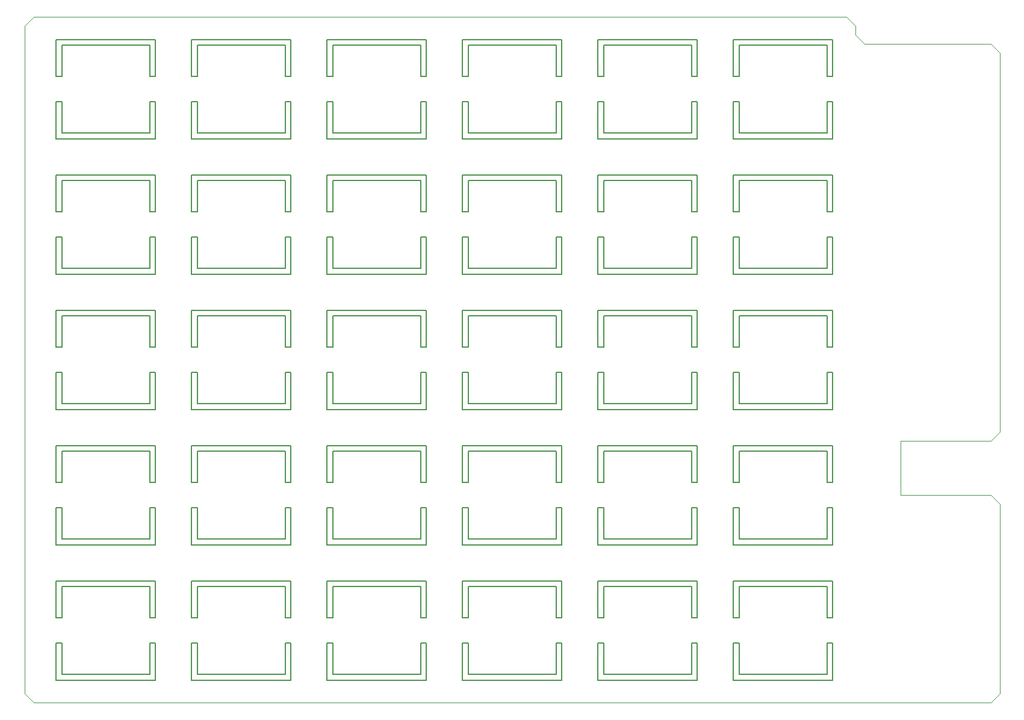
<source format=gbr>
%TF.GenerationSoftware,KiCad,Pcbnew,(5.1.9)-1*%
%TF.CreationDate,2021-03-27T16:35:30+07:00*%
%TF.ProjectId,LetsSplit256,4c657473-5370-46c6-9974-3235362e6b69,rev?*%
%TF.SameCoordinates,Original*%
%TF.FileFunction,Profile,NP*%
%FSLAX46Y46*%
G04 Gerber Fmt 4.6, Leading zero omitted, Abs format (unit mm)*
G04 Created by KiCad (PCBNEW (5.1.9)-1) date 2021-03-27 16:35:30*
%MOMM*%
%LPD*%
G01*
G04 APERTURE LIST*
%TA.AperFunction,Profile*%
%ADD10C,0.050000*%
%TD*%
%TA.AperFunction,Profile*%
%ADD11C,0.150000*%
%TD*%
G04 APERTURE END LIST*
D10*
X147320000Y-95250000D02*
X147320000Y-102870000D01*
X161290000Y-93980000D02*
X161290000Y-40640000D01*
X161290000Y-104140000D02*
X161290000Y-130810000D01*
X160020000Y-95250000D02*
X161290000Y-93980000D01*
X160020000Y-102870000D02*
X161290000Y-104140000D01*
X156210000Y-102870000D02*
X153670000Y-102870000D01*
X147320000Y-102870000D02*
X160020000Y-102870000D01*
X160020000Y-95250000D02*
X147320000Y-95250000D01*
X140970000Y-38100000D02*
X142240000Y-39370000D01*
X139700000Y-35560000D02*
X140970000Y-36830000D01*
X25400000Y-35560000D02*
X24130000Y-36830000D01*
X24130000Y-130810000D02*
X25400000Y-132080000D01*
X161290000Y-130810000D02*
X160020000Y-132080000D01*
X160020000Y-39370000D02*
X161290000Y-40640000D01*
X142240000Y-39370000D02*
X160020000Y-39370000D01*
X140970000Y-36830000D02*
X140970000Y-38100000D01*
D11*
X60810000Y-109070000D02*
X48410000Y-109070000D01*
D10*
X24130000Y-130810000D02*
X24130000Y-36830000D01*
X160020000Y-132080000D02*
X25400000Y-132080000D01*
X25400000Y-35560000D02*
X139700000Y-35560000D01*
D11*
X124610000Y-109070000D02*
X124610000Y-104670000D01*
X137010000Y-109070000D02*
X124610000Y-109070000D01*
X137810000Y-104870000D02*
X137810000Y-109870000D01*
X137810000Y-109870000D02*
X123810000Y-109870000D01*
X137810000Y-104870000D02*
X137810000Y-104670000D01*
X137810000Y-95870000D02*
X123810000Y-95870000D01*
X137010000Y-104670000D02*
X137010000Y-109070000D01*
X137810000Y-104670000D02*
X137010000Y-104670000D01*
X137010000Y-100870000D02*
X137010000Y-101070000D01*
X123810000Y-100870000D02*
X123810000Y-101070000D01*
X124610000Y-104670000D02*
X123810000Y-104670000D01*
X123810000Y-109870000D02*
X123810000Y-104870000D01*
X137010000Y-101070000D02*
X137810000Y-101070000D01*
X123810000Y-104670000D02*
X123810000Y-104870000D01*
X124610000Y-101070000D02*
X124610000Y-100870000D01*
X123810000Y-95870000D02*
X123810000Y-100870000D01*
X137810000Y-101070000D02*
X137810000Y-100870000D01*
X137010000Y-96670000D02*
X137010000Y-100870000D01*
X123810000Y-101070000D02*
X124610000Y-101070000D01*
X137810000Y-100870000D02*
X137810000Y-95870000D01*
X124610000Y-100870000D02*
X124610000Y-96670000D01*
X124610000Y-96670000D02*
X137010000Y-96670000D01*
X124610000Y-70970000D02*
X124610000Y-66570000D01*
X137010000Y-70970000D02*
X124610000Y-70970000D01*
X137810000Y-66770000D02*
X137810000Y-71770000D01*
X137810000Y-71770000D02*
X123810000Y-71770000D01*
X137810000Y-66770000D02*
X137810000Y-66570000D01*
X137810000Y-57770000D02*
X123810000Y-57770000D01*
X137010000Y-66570000D02*
X137010000Y-70970000D01*
X137810000Y-66570000D02*
X137010000Y-66570000D01*
X137010000Y-62770000D02*
X137010000Y-62970000D01*
X123810000Y-62770000D02*
X123810000Y-62970000D01*
X124610000Y-66570000D02*
X123810000Y-66570000D01*
X123810000Y-71770000D02*
X123810000Y-66770000D01*
X137010000Y-62970000D02*
X137810000Y-62970000D01*
X123810000Y-66570000D02*
X123810000Y-66770000D01*
X124610000Y-62970000D02*
X124610000Y-62770000D01*
X123810000Y-57770000D02*
X123810000Y-62770000D01*
X137810000Y-62970000D02*
X137810000Y-62770000D01*
X137010000Y-58570000D02*
X137010000Y-62770000D01*
X123810000Y-62970000D02*
X124610000Y-62970000D01*
X137810000Y-62770000D02*
X137810000Y-57770000D01*
X124610000Y-62770000D02*
X124610000Y-58570000D01*
X124610000Y-58570000D02*
X137010000Y-58570000D01*
X118760000Y-52720000D02*
X104760000Y-52720000D01*
X105560000Y-43920000D02*
X105560000Y-43720000D01*
X105560000Y-39520000D02*
X117960000Y-39520000D01*
X118760000Y-47720000D02*
X118760000Y-47520000D01*
X118760000Y-47520000D02*
X117960000Y-47520000D01*
X105560000Y-43720000D02*
X105560000Y-39520000D01*
X105560000Y-51920000D02*
X105560000Y-47520000D01*
X117960000Y-39520000D02*
X117960000Y-43720000D01*
X104760000Y-43920000D02*
X105560000Y-43920000D01*
X117960000Y-43720000D02*
X117960000Y-43920000D01*
X117960000Y-47520000D02*
X117960000Y-51920000D01*
X104760000Y-47520000D02*
X104760000Y-47720000D01*
X117960000Y-51920000D02*
X105560000Y-51920000D01*
X117960000Y-43920000D02*
X118760000Y-43920000D01*
X104760000Y-43720000D02*
X104760000Y-43920000D01*
X118760000Y-47720000D02*
X118760000Y-52720000D01*
X104760000Y-38720000D02*
X104760000Y-43720000D01*
X123810000Y-47520000D02*
X123810000Y-47720000D01*
X124610000Y-39520000D02*
X137010000Y-39520000D01*
X137010000Y-51920000D02*
X124610000Y-51920000D01*
X137010000Y-39520000D02*
X137010000Y-43720000D01*
X123810000Y-43920000D02*
X124610000Y-43920000D01*
X123810000Y-43720000D02*
X123810000Y-43920000D01*
X137010000Y-47520000D02*
X137010000Y-51920000D01*
X137010000Y-43720000D02*
X137010000Y-43920000D01*
X137810000Y-47720000D02*
X137810000Y-47520000D01*
X118760000Y-43720000D02*
X118760000Y-38720000D01*
X118760000Y-38720000D02*
X104760000Y-38720000D01*
X105560000Y-47520000D02*
X104760000Y-47520000D01*
X124610000Y-43720000D02*
X124610000Y-39520000D01*
X137810000Y-47720000D02*
X137810000Y-52720000D01*
X137810000Y-47520000D02*
X137010000Y-47520000D01*
X137810000Y-52720000D02*
X123810000Y-52720000D01*
X124610000Y-43920000D02*
X124610000Y-43720000D01*
X137010000Y-43920000D02*
X137810000Y-43920000D01*
X118760000Y-43920000D02*
X118760000Y-43720000D01*
X104760000Y-52720000D02*
X104760000Y-47720000D01*
X124610000Y-51920000D02*
X124610000Y-47520000D01*
X137810000Y-38720000D02*
X123810000Y-38720000D01*
X137810000Y-43920000D02*
X137810000Y-43720000D01*
X123810000Y-52720000D02*
X123810000Y-47720000D01*
X124610000Y-47520000D02*
X123810000Y-47520000D01*
X123810000Y-38720000D02*
X123810000Y-43720000D01*
X137810000Y-43720000D02*
X137810000Y-38720000D01*
X42560000Y-128920000D02*
X28560000Y-128920000D01*
X29360000Y-120120000D02*
X29360000Y-119920000D01*
X29360000Y-115720000D02*
X41760000Y-115720000D01*
X42560000Y-123920000D02*
X42560000Y-123720000D01*
X42560000Y-123720000D02*
X41760000Y-123720000D01*
X29360000Y-119920000D02*
X29360000Y-115720000D01*
X29360000Y-128120000D02*
X29360000Y-123720000D01*
X41760000Y-115720000D02*
X41760000Y-119920000D01*
X28560000Y-120120000D02*
X29360000Y-120120000D01*
X41760000Y-119920000D02*
X41760000Y-120120000D01*
X41760000Y-123720000D02*
X41760000Y-128120000D01*
X28560000Y-123720000D02*
X28560000Y-123920000D01*
X41760000Y-128120000D02*
X29360000Y-128120000D01*
X41760000Y-120120000D02*
X42560000Y-120120000D01*
X28560000Y-119920000D02*
X28560000Y-120120000D01*
X42560000Y-123920000D02*
X42560000Y-128920000D01*
X28560000Y-114920000D02*
X28560000Y-119920000D01*
X47610000Y-123720000D02*
X47610000Y-123920000D01*
X48410000Y-115720000D02*
X60810000Y-115720000D01*
X60810000Y-128120000D02*
X48410000Y-128120000D01*
X60810000Y-115720000D02*
X60810000Y-119920000D01*
X47610000Y-120120000D02*
X48410000Y-120120000D01*
X47610000Y-119920000D02*
X47610000Y-120120000D01*
X60810000Y-123720000D02*
X60810000Y-128120000D01*
X60810000Y-119920000D02*
X60810000Y-120120000D01*
X61610000Y-123920000D02*
X61610000Y-123720000D01*
X42560000Y-119920000D02*
X42560000Y-114920000D01*
X42560000Y-114920000D02*
X28560000Y-114920000D01*
X29360000Y-123720000D02*
X28560000Y-123720000D01*
X48410000Y-119920000D02*
X48410000Y-115720000D01*
X61610000Y-123920000D02*
X61610000Y-128920000D01*
X61610000Y-123720000D02*
X60810000Y-123720000D01*
X61610000Y-128920000D02*
X47610000Y-128920000D01*
X48410000Y-120120000D02*
X48410000Y-119920000D01*
X60810000Y-120120000D02*
X61610000Y-120120000D01*
X42560000Y-120120000D02*
X42560000Y-119920000D01*
X28560000Y-128920000D02*
X28560000Y-123920000D01*
X48410000Y-128120000D02*
X48410000Y-123720000D01*
X61610000Y-114920000D02*
X47610000Y-114920000D01*
X61610000Y-120120000D02*
X61610000Y-119920000D01*
X47610000Y-128920000D02*
X47610000Y-123920000D01*
X48410000Y-123720000D02*
X47610000Y-123720000D01*
X47610000Y-114920000D02*
X47610000Y-119920000D01*
X61610000Y-119920000D02*
X61610000Y-114920000D01*
X80660000Y-128920000D02*
X66660000Y-128920000D01*
X67460000Y-120120000D02*
X67460000Y-119920000D01*
X67460000Y-115720000D02*
X79860000Y-115720000D01*
X80660000Y-123920000D02*
X80660000Y-123720000D01*
X80660000Y-123720000D02*
X79860000Y-123720000D01*
X67460000Y-119920000D02*
X67460000Y-115720000D01*
X67460000Y-128120000D02*
X67460000Y-123720000D01*
X79860000Y-115720000D02*
X79860000Y-119920000D01*
X66660000Y-120120000D02*
X67460000Y-120120000D01*
X79860000Y-119920000D02*
X79860000Y-120120000D01*
X79860000Y-123720000D02*
X79860000Y-128120000D01*
X66660000Y-123720000D02*
X66660000Y-123920000D01*
X79860000Y-128120000D02*
X67460000Y-128120000D01*
X79860000Y-120120000D02*
X80660000Y-120120000D01*
X66660000Y-119920000D02*
X66660000Y-120120000D01*
X80660000Y-123920000D02*
X80660000Y-128920000D01*
X66660000Y-114920000D02*
X66660000Y-119920000D01*
X85710000Y-123720000D02*
X85710000Y-123920000D01*
X86510000Y-115720000D02*
X98910000Y-115720000D01*
X98910000Y-128120000D02*
X86510000Y-128120000D01*
X98910000Y-115720000D02*
X98910000Y-119920000D01*
X85710000Y-120120000D02*
X86510000Y-120120000D01*
X85710000Y-119920000D02*
X85710000Y-120120000D01*
X98910000Y-123720000D02*
X98910000Y-128120000D01*
X98910000Y-119920000D02*
X98910000Y-120120000D01*
X99710000Y-123920000D02*
X99710000Y-123720000D01*
X80660000Y-119920000D02*
X80660000Y-114920000D01*
X80660000Y-114920000D02*
X66660000Y-114920000D01*
X67460000Y-123720000D02*
X66660000Y-123720000D01*
X86510000Y-119920000D02*
X86510000Y-115720000D01*
X99710000Y-123920000D02*
X99710000Y-128920000D01*
X99710000Y-123720000D02*
X98910000Y-123720000D01*
X99710000Y-128920000D02*
X85710000Y-128920000D01*
X86510000Y-120120000D02*
X86510000Y-119920000D01*
X98910000Y-120120000D02*
X99710000Y-120120000D01*
X80660000Y-120120000D02*
X80660000Y-119920000D01*
X66660000Y-128920000D02*
X66660000Y-123920000D01*
X86510000Y-128120000D02*
X86510000Y-123720000D01*
X99710000Y-114920000D02*
X85710000Y-114920000D01*
X99710000Y-120120000D02*
X99710000Y-119920000D01*
X85710000Y-128920000D02*
X85710000Y-123920000D01*
X86510000Y-123720000D02*
X85710000Y-123720000D01*
X85710000Y-114920000D02*
X85710000Y-119920000D01*
X99710000Y-119920000D02*
X99710000Y-114920000D01*
X61610000Y-109870000D02*
X47610000Y-109870000D01*
X61610000Y-104670000D02*
X60810000Y-104670000D01*
X48410000Y-104670000D02*
X47610000Y-104670000D01*
X61610000Y-101070000D02*
X61610000Y-100870000D01*
X47610000Y-100870000D02*
X47610000Y-101070000D01*
X47610000Y-109870000D02*
X47610000Y-104870000D01*
X60810000Y-104670000D02*
X60810000Y-109070000D01*
X48410000Y-96670000D02*
X60810000Y-96670000D01*
X61610000Y-104870000D02*
X61610000Y-104670000D01*
X28560000Y-101070000D02*
X29360000Y-101070000D01*
X28560000Y-104670000D02*
X28560000Y-104870000D01*
X28560000Y-100870000D02*
X28560000Y-101070000D01*
X41760000Y-100870000D02*
X41760000Y-101070000D01*
X42560000Y-101070000D02*
X42560000Y-100870000D01*
X41760000Y-96670000D02*
X41760000Y-100870000D01*
X42560000Y-100870000D02*
X42560000Y-95870000D01*
X29360000Y-101070000D02*
X29360000Y-100870000D01*
X41760000Y-101070000D02*
X42560000Y-101070000D01*
X42560000Y-104670000D02*
X41760000Y-104670000D01*
X29360000Y-109070000D02*
X29360000Y-104670000D01*
X41760000Y-104670000D02*
X41760000Y-109070000D01*
X42560000Y-104870000D02*
X42560000Y-104670000D01*
X29360000Y-96670000D02*
X41760000Y-96670000D01*
X28560000Y-95870000D02*
X28560000Y-100870000D01*
X42560000Y-109870000D02*
X28560000Y-109870000D01*
X42560000Y-104870000D02*
X42560000Y-109870000D01*
X41760000Y-109070000D02*
X29360000Y-109070000D01*
X29360000Y-100870000D02*
X29360000Y-96670000D01*
X42560000Y-95870000D02*
X28560000Y-95870000D01*
X85710000Y-100870000D02*
X85710000Y-101070000D01*
X67460000Y-101070000D02*
X67460000Y-100870000D01*
X60810000Y-96670000D02*
X60810000Y-100870000D01*
X61610000Y-100870000D02*
X61610000Y-95870000D01*
X47610000Y-104670000D02*
X47610000Y-104870000D01*
X61610000Y-95870000D02*
X47610000Y-95870000D01*
X60810000Y-101070000D02*
X61610000Y-101070000D01*
X60810000Y-100870000D02*
X60810000Y-101070000D01*
X47610000Y-101070000D02*
X48410000Y-101070000D01*
X99710000Y-104870000D02*
X99710000Y-109870000D01*
X86510000Y-109070000D02*
X86510000Y-104670000D01*
X48410000Y-101070000D02*
X48410000Y-100870000D01*
X85710000Y-104670000D02*
X85710000Y-104870000D01*
X47610000Y-95870000D02*
X47610000Y-100870000D01*
X105560000Y-109070000D02*
X105560000Y-104670000D01*
X117960000Y-109070000D02*
X105560000Y-109070000D01*
X118760000Y-104870000D02*
X118760000Y-109870000D01*
X118760000Y-109870000D02*
X104760000Y-109870000D01*
X118760000Y-104870000D02*
X118760000Y-104670000D01*
X118760000Y-95870000D02*
X104760000Y-95870000D01*
X117960000Y-104670000D02*
X117960000Y-109070000D01*
X118760000Y-104670000D02*
X117960000Y-104670000D01*
X117960000Y-100870000D02*
X117960000Y-101070000D01*
X104760000Y-100870000D02*
X104760000Y-101070000D01*
X67460000Y-109070000D02*
X67460000Y-104670000D01*
X105560000Y-104670000D02*
X104760000Y-104670000D01*
X104760000Y-109870000D02*
X104760000Y-104870000D01*
X117960000Y-101070000D02*
X118760000Y-101070000D01*
X104760000Y-104670000D02*
X104760000Y-104870000D01*
X67460000Y-100870000D02*
X67460000Y-96670000D01*
X86510000Y-100870000D02*
X86510000Y-96670000D01*
X105560000Y-101070000D02*
X105560000Y-100870000D01*
X85710000Y-101070000D02*
X86510000Y-101070000D01*
X104760000Y-95870000D02*
X104760000Y-100870000D01*
X118760000Y-101070000D02*
X118760000Y-100870000D01*
X117960000Y-96670000D02*
X117960000Y-100870000D01*
X104760000Y-101070000D02*
X105560000Y-101070000D01*
X118760000Y-100870000D02*
X118760000Y-95870000D01*
X105560000Y-100870000D02*
X105560000Y-96670000D01*
X105560000Y-96670000D02*
X117960000Y-96670000D01*
X99710000Y-109870000D02*
X85710000Y-109870000D01*
X86510000Y-96670000D02*
X98910000Y-96670000D01*
X67460000Y-104670000D02*
X66660000Y-104670000D01*
X66660000Y-95870000D02*
X66660000Y-100870000D01*
X99710000Y-104670000D02*
X98910000Y-104670000D01*
X98910000Y-104670000D02*
X98910000Y-109070000D01*
X98910000Y-109070000D02*
X86510000Y-109070000D01*
X66660000Y-101070000D02*
X67460000Y-101070000D01*
X79860000Y-101070000D02*
X80660000Y-101070000D01*
X86510000Y-101070000D02*
X86510000Y-100870000D01*
X98910000Y-101070000D02*
X99710000Y-101070000D01*
X98910000Y-100870000D02*
X98910000Y-101070000D01*
X80660000Y-101070000D02*
X80660000Y-100870000D01*
X67460000Y-96670000D02*
X79860000Y-96670000D01*
X99710000Y-104870000D02*
X99710000Y-104670000D01*
X48410000Y-100870000D02*
X48410000Y-96670000D01*
X79860000Y-104670000D02*
X79860000Y-109070000D01*
X66660000Y-109870000D02*
X66660000Y-104870000D01*
X80660000Y-104670000D02*
X79860000Y-104670000D01*
X80660000Y-109870000D02*
X66660000Y-109870000D01*
X99710000Y-95870000D02*
X85710000Y-95870000D01*
X85710000Y-109870000D02*
X85710000Y-104870000D01*
X48410000Y-109070000D02*
X48410000Y-104670000D01*
X86510000Y-104670000D02*
X85710000Y-104670000D01*
X99710000Y-101070000D02*
X99710000Y-100870000D01*
X66660000Y-104670000D02*
X66660000Y-104870000D01*
X80660000Y-95870000D02*
X66660000Y-95870000D01*
X61610000Y-104870000D02*
X61610000Y-109870000D01*
X98910000Y-96670000D02*
X98910000Y-100870000D01*
X85710000Y-95870000D02*
X85710000Y-100870000D01*
X66660000Y-100870000D02*
X66660000Y-101070000D01*
X99710000Y-100870000D02*
X99710000Y-95870000D01*
X80660000Y-100870000D02*
X80660000Y-95870000D01*
X79860000Y-96670000D02*
X79860000Y-100870000D01*
X79860000Y-100870000D02*
X79860000Y-101070000D01*
X80660000Y-104870000D02*
X80660000Y-104670000D01*
X80660000Y-104870000D02*
X80660000Y-109870000D01*
X79860000Y-109070000D02*
X67460000Y-109070000D01*
X28560000Y-109870000D02*
X28560000Y-104870000D01*
X29360000Y-104670000D02*
X28560000Y-104670000D01*
X80660000Y-90820000D02*
X66660000Y-90820000D01*
X79860000Y-90020000D02*
X67460000Y-90020000D01*
X80660000Y-85620000D02*
X79860000Y-85620000D01*
X67460000Y-85620000D02*
X66660000Y-85620000D01*
X80660000Y-82020000D02*
X80660000Y-81820000D01*
X66660000Y-81820000D02*
X66660000Y-82020000D01*
X66660000Y-90820000D02*
X66660000Y-85820000D01*
X79860000Y-85620000D02*
X79860000Y-90020000D01*
X67460000Y-77620000D02*
X79860000Y-77620000D01*
X80660000Y-85820000D02*
X80660000Y-85620000D01*
X47610000Y-82020000D02*
X48410000Y-82020000D01*
X47610000Y-85620000D02*
X47610000Y-85820000D01*
X47610000Y-81820000D02*
X47610000Y-82020000D01*
X60810000Y-81820000D02*
X60810000Y-82020000D01*
X61610000Y-82020000D02*
X61610000Y-81820000D01*
X60810000Y-77620000D02*
X60810000Y-81820000D01*
X61610000Y-81820000D02*
X61610000Y-76820000D01*
X48410000Y-82020000D02*
X48410000Y-81820000D01*
X60810000Y-82020000D02*
X61610000Y-82020000D01*
X61610000Y-85620000D02*
X60810000Y-85620000D01*
X48410000Y-90020000D02*
X48410000Y-85620000D01*
X60810000Y-85620000D02*
X60810000Y-90020000D01*
X61610000Y-85820000D02*
X61610000Y-85620000D01*
X48410000Y-77620000D02*
X60810000Y-77620000D01*
X47610000Y-76820000D02*
X47610000Y-81820000D01*
X61610000Y-90820000D02*
X47610000Y-90820000D01*
X61610000Y-85820000D02*
X61610000Y-90820000D01*
X60810000Y-90020000D02*
X48410000Y-90020000D01*
X48410000Y-81820000D02*
X48410000Y-77620000D01*
X61610000Y-76820000D02*
X47610000Y-76820000D01*
X104760000Y-81820000D02*
X104760000Y-82020000D01*
X86510000Y-82020000D02*
X86510000Y-81820000D01*
X79860000Y-77620000D02*
X79860000Y-81820000D01*
X80660000Y-81820000D02*
X80660000Y-76820000D01*
X66660000Y-85620000D02*
X66660000Y-85820000D01*
X80660000Y-76820000D02*
X66660000Y-76820000D01*
X79860000Y-82020000D02*
X80660000Y-82020000D01*
X79860000Y-81820000D02*
X79860000Y-82020000D01*
X66660000Y-82020000D02*
X67460000Y-82020000D01*
X118760000Y-85820000D02*
X118760000Y-90820000D01*
X105560000Y-90020000D02*
X105560000Y-85620000D01*
X67460000Y-82020000D02*
X67460000Y-81820000D01*
X104760000Y-85620000D02*
X104760000Y-85820000D01*
X66660000Y-76820000D02*
X66660000Y-81820000D01*
X124610000Y-90020000D02*
X124610000Y-85620000D01*
X137010000Y-90020000D02*
X124610000Y-90020000D01*
X137810000Y-85820000D02*
X137810000Y-90820000D01*
X137810000Y-90820000D02*
X123810000Y-90820000D01*
X137810000Y-85820000D02*
X137810000Y-85620000D01*
X137810000Y-76820000D02*
X123810000Y-76820000D01*
X137010000Y-85620000D02*
X137010000Y-90020000D01*
X137810000Y-85620000D02*
X137010000Y-85620000D01*
X137010000Y-81820000D02*
X137010000Y-82020000D01*
X123810000Y-81820000D02*
X123810000Y-82020000D01*
X86510000Y-90020000D02*
X86510000Y-85620000D01*
X124610000Y-85620000D02*
X123810000Y-85620000D01*
X123810000Y-90820000D02*
X123810000Y-85820000D01*
X137010000Y-82020000D02*
X137810000Y-82020000D01*
X123810000Y-85620000D02*
X123810000Y-85820000D01*
X86510000Y-81820000D02*
X86510000Y-77620000D01*
X105560000Y-81820000D02*
X105560000Y-77620000D01*
X124610000Y-82020000D02*
X124610000Y-81820000D01*
X104760000Y-82020000D02*
X105560000Y-82020000D01*
X123810000Y-76820000D02*
X123810000Y-81820000D01*
X137810000Y-82020000D02*
X137810000Y-81820000D01*
X137010000Y-77620000D02*
X137010000Y-81820000D01*
X123810000Y-82020000D02*
X124610000Y-82020000D01*
X137810000Y-81820000D02*
X137810000Y-76820000D01*
X124610000Y-81820000D02*
X124610000Y-77620000D01*
X124610000Y-77620000D02*
X137010000Y-77620000D01*
X118760000Y-90820000D02*
X104760000Y-90820000D01*
X105560000Y-77620000D02*
X117960000Y-77620000D01*
X86510000Y-85620000D02*
X85710000Y-85620000D01*
X85710000Y-76820000D02*
X85710000Y-81820000D01*
X118760000Y-85620000D02*
X117960000Y-85620000D01*
X117960000Y-85620000D02*
X117960000Y-90020000D01*
X117960000Y-90020000D02*
X105560000Y-90020000D01*
X85710000Y-82020000D02*
X86510000Y-82020000D01*
X98910000Y-82020000D02*
X99710000Y-82020000D01*
X105560000Y-82020000D02*
X105560000Y-81820000D01*
X117960000Y-82020000D02*
X118760000Y-82020000D01*
X117960000Y-81820000D02*
X117960000Y-82020000D01*
X99710000Y-82020000D02*
X99710000Y-81820000D01*
X86510000Y-77620000D02*
X98910000Y-77620000D01*
X118760000Y-85820000D02*
X118760000Y-85620000D01*
X67460000Y-81820000D02*
X67460000Y-77620000D01*
X98910000Y-85620000D02*
X98910000Y-90020000D01*
X85710000Y-90820000D02*
X85710000Y-85820000D01*
X99710000Y-85620000D02*
X98910000Y-85620000D01*
X99710000Y-90820000D02*
X85710000Y-90820000D01*
X118760000Y-76820000D02*
X104760000Y-76820000D01*
X104760000Y-90820000D02*
X104760000Y-85820000D01*
X67460000Y-90020000D02*
X67460000Y-85620000D01*
X105560000Y-85620000D02*
X104760000Y-85620000D01*
X118760000Y-82020000D02*
X118760000Y-81820000D01*
X85710000Y-85620000D02*
X85710000Y-85820000D01*
X99710000Y-76820000D02*
X85710000Y-76820000D01*
X80660000Y-85820000D02*
X80660000Y-90820000D01*
X117960000Y-77620000D02*
X117960000Y-81820000D01*
X104760000Y-76820000D02*
X104760000Y-81820000D01*
X85710000Y-81820000D02*
X85710000Y-82020000D01*
X118760000Y-81820000D02*
X118760000Y-76820000D01*
X99710000Y-81820000D02*
X99710000Y-76820000D01*
X98910000Y-77620000D02*
X98910000Y-81820000D01*
X98910000Y-81820000D02*
X98910000Y-82020000D01*
X99710000Y-85820000D02*
X99710000Y-85620000D01*
X99710000Y-85820000D02*
X99710000Y-90820000D01*
X98910000Y-90020000D02*
X86510000Y-90020000D01*
X47610000Y-90820000D02*
X47610000Y-85820000D01*
X48410000Y-85620000D02*
X47610000Y-85620000D01*
X117960000Y-62970000D02*
X118760000Y-62970000D01*
X118760000Y-66770000D02*
X118760000Y-66570000D01*
X104760000Y-57770000D02*
X104760000Y-62770000D01*
X117960000Y-66570000D02*
X117960000Y-70970000D01*
X117960000Y-58570000D02*
X117960000Y-62770000D01*
X118760000Y-66570000D02*
X117960000Y-66570000D01*
X105560000Y-66570000D02*
X104760000Y-66570000D01*
X117960000Y-70970000D02*
X105560000Y-70970000D01*
X105560000Y-62770000D02*
X105560000Y-58570000D01*
X104760000Y-71770000D02*
X104760000Y-66770000D01*
X105560000Y-58570000D02*
X117960000Y-58570000D01*
X117960000Y-62770000D02*
X117960000Y-62970000D01*
X104760000Y-62970000D02*
X105560000Y-62970000D01*
X118760000Y-57770000D02*
X104760000Y-57770000D01*
X118760000Y-66770000D02*
X118760000Y-71770000D01*
X105560000Y-70970000D02*
X105560000Y-66570000D01*
X118760000Y-71770000D02*
X104760000Y-71770000D01*
X104760000Y-66570000D02*
X104760000Y-66770000D01*
X118760000Y-62770000D02*
X118760000Y-57770000D01*
X104760000Y-62770000D02*
X104760000Y-62970000D01*
X105560000Y-62970000D02*
X105560000Y-62770000D01*
X118760000Y-62970000D02*
X118760000Y-62770000D01*
X86510000Y-62770000D02*
X86510000Y-58570000D01*
X67460000Y-70970000D02*
X67460000Y-66570000D01*
X85710000Y-62970000D02*
X86510000Y-62970000D01*
X67460000Y-62770000D02*
X67460000Y-58570000D01*
X99710000Y-71770000D02*
X85710000Y-71770000D01*
X86510000Y-58570000D02*
X98910000Y-58570000D01*
X67460000Y-66570000D02*
X66660000Y-66570000D01*
X98910000Y-66570000D02*
X98910000Y-70970000D01*
X98910000Y-70970000D02*
X86510000Y-70970000D01*
X86510000Y-62970000D02*
X86510000Y-62770000D01*
X80660000Y-62970000D02*
X80660000Y-62770000D01*
X98910000Y-62770000D02*
X98910000Y-62970000D01*
X79860000Y-62970000D02*
X80660000Y-62970000D01*
X98910000Y-62970000D02*
X99710000Y-62970000D01*
X66660000Y-57770000D02*
X66660000Y-62770000D01*
X99710000Y-66770000D02*
X99710000Y-66570000D01*
X66660000Y-62970000D02*
X67460000Y-62970000D01*
X99710000Y-66570000D02*
X98910000Y-66570000D01*
X67460000Y-58570000D02*
X79860000Y-58570000D01*
X98910000Y-58570000D02*
X98910000Y-62770000D01*
X85710000Y-57770000D02*
X85710000Y-62770000D01*
X79860000Y-70970000D02*
X67460000Y-70970000D01*
X66660000Y-62770000D02*
X66660000Y-62970000D01*
X99710000Y-62770000D02*
X99710000Y-57770000D01*
X48410000Y-62770000D02*
X48410000Y-58570000D01*
X99710000Y-62970000D02*
X99710000Y-62770000D01*
X99710000Y-57770000D02*
X85710000Y-57770000D01*
X85710000Y-71770000D02*
X85710000Y-66770000D01*
X79860000Y-66570000D02*
X79860000Y-70970000D01*
X80660000Y-62770000D02*
X80660000Y-57770000D01*
X79860000Y-58570000D02*
X79860000Y-62770000D01*
X80660000Y-66570000D02*
X79860000Y-66570000D01*
X80660000Y-57770000D02*
X66660000Y-57770000D01*
X66660000Y-71770000D02*
X66660000Y-66770000D01*
X48410000Y-70970000D02*
X48410000Y-66570000D01*
X86510000Y-66570000D02*
X85710000Y-66570000D01*
X80660000Y-71770000D02*
X66660000Y-71770000D01*
X80660000Y-66770000D02*
X80660000Y-66570000D01*
X80660000Y-66770000D02*
X80660000Y-71770000D01*
X79860000Y-62770000D02*
X79860000Y-62970000D01*
X61610000Y-66770000D02*
X61610000Y-71770000D01*
X66660000Y-66570000D02*
X66660000Y-66770000D01*
X85710000Y-62770000D02*
X85710000Y-62970000D01*
X67460000Y-62970000D02*
X67460000Y-62770000D01*
X99710000Y-66770000D02*
X99710000Y-71770000D01*
X86510000Y-70970000D02*
X86510000Y-66570000D01*
X85710000Y-66570000D02*
X85710000Y-66770000D01*
X60810000Y-62770000D02*
X60810000Y-62970000D01*
X60810000Y-58570000D02*
X60810000Y-62770000D01*
X47610000Y-57770000D02*
X47610000Y-62770000D01*
X61610000Y-57770000D02*
X47610000Y-57770000D01*
X47610000Y-66570000D02*
X47610000Y-66770000D01*
X48410000Y-62970000D02*
X48410000Y-62770000D01*
X60810000Y-62970000D02*
X61610000Y-62970000D01*
X61610000Y-62770000D02*
X61610000Y-57770000D01*
X47610000Y-62970000D02*
X48410000Y-62970000D01*
X61610000Y-71770000D02*
X47610000Y-71770000D01*
X60810000Y-70970000D02*
X48410000Y-70970000D01*
X61610000Y-66570000D02*
X60810000Y-66570000D01*
X48410000Y-66570000D02*
X47610000Y-66570000D01*
X61610000Y-62970000D02*
X61610000Y-62770000D01*
X47610000Y-62770000D02*
X47610000Y-62970000D01*
X47610000Y-71770000D02*
X47610000Y-66770000D01*
X60810000Y-66570000D02*
X60810000Y-70970000D01*
X48410000Y-58570000D02*
X60810000Y-58570000D01*
X61610000Y-66770000D02*
X61610000Y-66570000D01*
X99710000Y-47720000D02*
X99710000Y-52720000D01*
X86510000Y-51920000D02*
X86510000Y-47520000D01*
X86510000Y-43720000D02*
X86510000Y-39520000D01*
X85710000Y-43920000D02*
X86510000Y-43920000D01*
X99710000Y-52720000D02*
X85710000Y-52720000D01*
X85710000Y-47520000D02*
X85710000Y-47720000D01*
X85710000Y-43720000D02*
X85710000Y-43920000D01*
X98910000Y-47520000D02*
X98910000Y-51920000D01*
X86510000Y-43920000D02*
X86510000Y-43720000D01*
X86510000Y-39520000D02*
X98910000Y-39520000D01*
X98910000Y-43720000D02*
X98910000Y-43920000D01*
X98910000Y-43920000D02*
X99710000Y-43920000D01*
X98910000Y-51920000D02*
X86510000Y-51920000D01*
X99710000Y-47720000D02*
X99710000Y-47520000D01*
X98910000Y-39520000D02*
X98910000Y-43720000D01*
X99710000Y-47520000D02*
X98910000Y-47520000D01*
X85710000Y-38720000D02*
X85710000Y-43720000D01*
X99710000Y-43720000D02*
X99710000Y-38720000D01*
X99710000Y-43920000D02*
X99710000Y-43720000D01*
X99710000Y-38720000D02*
X85710000Y-38720000D01*
X85710000Y-52720000D02*
X85710000Y-47720000D01*
X86510000Y-47520000D02*
X85710000Y-47520000D01*
X42560000Y-85820000D02*
X42560000Y-90820000D01*
X29360000Y-90020000D02*
X29360000Y-85620000D01*
X29360000Y-81820000D02*
X29360000Y-77620000D01*
X28560000Y-82020000D02*
X29360000Y-82020000D01*
X42560000Y-90820000D02*
X28560000Y-90820000D01*
X28560000Y-85620000D02*
X28560000Y-85820000D01*
X28560000Y-81820000D02*
X28560000Y-82020000D01*
X41760000Y-85620000D02*
X41760000Y-90020000D01*
X29360000Y-82020000D02*
X29360000Y-81820000D01*
X29360000Y-77620000D02*
X41760000Y-77620000D01*
X41760000Y-81820000D02*
X41760000Y-82020000D01*
X41760000Y-82020000D02*
X42560000Y-82020000D01*
X41760000Y-90020000D02*
X29360000Y-90020000D01*
X42560000Y-85820000D02*
X42560000Y-85620000D01*
X41760000Y-77620000D02*
X41760000Y-81820000D01*
X42560000Y-85620000D02*
X41760000Y-85620000D01*
X28560000Y-76820000D02*
X28560000Y-81820000D01*
X42560000Y-81820000D02*
X42560000Y-76820000D01*
X42560000Y-82020000D02*
X42560000Y-81820000D01*
X42560000Y-76820000D02*
X28560000Y-76820000D01*
X28560000Y-90820000D02*
X28560000Y-85820000D01*
X29360000Y-85620000D02*
X28560000Y-85620000D01*
X42560000Y-66770000D02*
X42560000Y-71770000D01*
X29360000Y-70970000D02*
X29360000Y-66570000D01*
X29360000Y-62770000D02*
X29360000Y-58570000D01*
X28560000Y-62970000D02*
X29360000Y-62970000D01*
X42560000Y-71770000D02*
X28560000Y-71770000D01*
X28560000Y-66570000D02*
X28560000Y-66770000D01*
X28560000Y-62770000D02*
X28560000Y-62970000D01*
X41760000Y-66570000D02*
X41760000Y-70970000D01*
X29360000Y-62970000D02*
X29360000Y-62770000D01*
X29360000Y-58570000D02*
X41760000Y-58570000D01*
X41760000Y-62770000D02*
X41760000Y-62970000D01*
X41760000Y-62970000D02*
X42560000Y-62970000D01*
X41760000Y-70970000D02*
X29360000Y-70970000D01*
X42560000Y-66770000D02*
X42560000Y-66570000D01*
X41760000Y-58570000D02*
X41760000Y-62770000D01*
X42560000Y-66570000D02*
X41760000Y-66570000D01*
X28560000Y-57770000D02*
X28560000Y-62770000D01*
X42560000Y-62770000D02*
X42560000Y-57770000D01*
X42560000Y-62970000D02*
X42560000Y-62770000D01*
X42560000Y-57770000D02*
X28560000Y-57770000D01*
X28560000Y-71770000D02*
X28560000Y-66770000D01*
X29360000Y-66570000D02*
X28560000Y-66570000D01*
X80660000Y-47720000D02*
X80660000Y-52720000D01*
X67460000Y-51920000D02*
X67460000Y-47520000D01*
X67460000Y-43720000D02*
X67460000Y-39520000D01*
X66660000Y-43920000D02*
X67460000Y-43920000D01*
X80660000Y-52720000D02*
X66660000Y-52720000D01*
X66660000Y-47520000D02*
X66660000Y-47720000D01*
X66660000Y-43720000D02*
X66660000Y-43920000D01*
X79860000Y-47520000D02*
X79860000Y-51920000D01*
X67460000Y-43920000D02*
X67460000Y-43720000D01*
X67460000Y-39520000D02*
X79860000Y-39520000D01*
X79860000Y-43720000D02*
X79860000Y-43920000D01*
X79860000Y-43920000D02*
X80660000Y-43920000D01*
X79860000Y-51920000D02*
X67460000Y-51920000D01*
X80660000Y-47720000D02*
X80660000Y-47520000D01*
X79860000Y-39520000D02*
X79860000Y-43720000D01*
X80660000Y-47520000D02*
X79860000Y-47520000D01*
X66660000Y-38720000D02*
X66660000Y-43720000D01*
X80660000Y-43720000D02*
X80660000Y-38720000D01*
X80660000Y-43920000D02*
X80660000Y-43720000D01*
X80660000Y-38720000D02*
X66660000Y-38720000D01*
X66660000Y-52720000D02*
X66660000Y-47720000D01*
X67460000Y-47520000D02*
X66660000Y-47520000D01*
X61610000Y-47720000D02*
X61610000Y-52720000D01*
X48410000Y-51920000D02*
X48410000Y-47520000D01*
X48410000Y-43720000D02*
X48410000Y-39520000D01*
X47610000Y-43920000D02*
X48410000Y-43920000D01*
X61610000Y-52720000D02*
X47610000Y-52720000D01*
X47610000Y-47520000D02*
X47610000Y-47720000D01*
X47610000Y-43720000D02*
X47610000Y-43920000D01*
X60810000Y-47520000D02*
X60810000Y-51920000D01*
X48410000Y-43920000D02*
X48410000Y-43720000D01*
X48410000Y-39520000D02*
X60810000Y-39520000D01*
X60810000Y-43720000D02*
X60810000Y-43920000D01*
X60810000Y-43920000D02*
X61610000Y-43920000D01*
X60810000Y-51920000D02*
X48410000Y-51920000D01*
X61610000Y-47720000D02*
X61610000Y-47520000D01*
X60810000Y-39520000D02*
X60810000Y-43720000D01*
X61610000Y-47520000D02*
X60810000Y-47520000D01*
X47610000Y-38720000D02*
X47610000Y-43720000D01*
X61610000Y-43720000D02*
X61610000Y-38720000D01*
X61610000Y-43920000D02*
X61610000Y-43720000D01*
X61610000Y-38720000D02*
X47610000Y-38720000D01*
X47610000Y-52720000D02*
X47610000Y-47720000D01*
X48410000Y-47520000D02*
X47610000Y-47520000D01*
X42560000Y-47720000D02*
X42560000Y-52720000D01*
X29360000Y-51920000D02*
X29360000Y-47520000D01*
X29360000Y-43720000D02*
X29360000Y-39520000D01*
X28560000Y-43920000D02*
X29360000Y-43920000D01*
X42560000Y-52720000D02*
X28560000Y-52720000D01*
X28560000Y-47520000D02*
X28560000Y-47720000D01*
X28560000Y-43720000D02*
X28560000Y-43920000D01*
X41760000Y-47520000D02*
X41760000Y-51920000D01*
X29360000Y-43920000D02*
X29360000Y-43720000D01*
X29360000Y-39520000D02*
X41760000Y-39520000D01*
X41760000Y-43720000D02*
X41760000Y-43920000D01*
X41760000Y-43920000D02*
X42560000Y-43920000D01*
X41760000Y-51920000D02*
X29360000Y-51920000D01*
X42560000Y-47720000D02*
X42560000Y-47520000D01*
X41760000Y-39520000D02*
X41760000Y-43720000D01*
X42560000Y-47520000D02*
X41760000Y-47520000D01*
X28560000Y-38720000D02*
X28560000Y-43720000D01*
X42560000Y-43720000D02*
X42560000Y-38720000D01*
X42560000Y-43920000D02*
X42560000Y-43720000D01*
X42560000Y-38720000D02*
X28560000Y-38720000D01*
X28560000Y-52720000D02*
X28560000Y-47720000D01*
X29360000Y-47520000D02*
X28560000Y-47520000D01*
X118760000Y-123920000D02*
X118760000Y-128920000D01*
X105560000Y-128120000D02*
X105560000Y-123720000D01*
X105560000Y-119920000D02*
X105560000Y-115720000D01*
X104760000Y-120120000D02*
X105560000Y-120120000D01*
X118760000Y-128920000D02*
X104760000Y-128920000D01*
X104760000Y-123720000D02*
X104760000Y-123920000D01*
X104760000Y-119920000D02*
X104760000Y-120120000D01*
X117960000Y-123720000D02*
X117960000Y-128120000D01*
X105560000Y-120120000D02*
X105560000Y-119920000D01*
X105560000Y-115720000D02*
X117960000Y-115720000D01*
X117960000Y-119920000D02*
X117960000Y-120120000D01*
X117960000Y-120120000D02*
X118760000Y-120120000D01*
X117960000Y-128120000D02*
X105560000Y-128120000D01*
X118760000Y-123920000D02*
X118760000Y-123720000D01*
X117960000Y-115720000D02*
X117960000Y-119920000D01*
X118760000Y-123720000D02*
X117960000Y-123720000D01*
X104760000Y-114920000D02*
X104760000Y-119920000D01*
X118760000Y-119920000D02*
X118760000Y-114920000D01*
X118760000Y-120120000D02*
X118760000Y-119920000D01*
X118760000Y-114920000D02*
X104760000Y-114920000D01*
X104760000Y-128920000D02*
X104760000Y-123920000D01*
X105560000Y-123720000D02*
X104760000Y-123720000D01*
X137810000Y-123920000D02*
X137810000Y-128920000D01*
X124610000Y-128120000D02*
X124610000Y-123720000D01*
X124610000Y-119920000D02*
X124610000Y-115720000D01*
X123810000Y-120120000D02*
X124610000Y-120120000D01*
X137810000Y-128920000D02*
X123810000Y-128920000D01*
X123810000Y-123720000D02*
X123810000Y-123920000D01*
X123810000Y-119920000D02*
X123810000Y-120120000D01*
X137010000Y-123720000D02*
X137010000Y-128120000D01*
X124610000Y-120120000D02*
X124610000Y-119920000D01*
X124610000Y-115720000D02*
X137010000Y-115720000D01*
X137010000Y-119920000D02*
X137010000Y-120120000D01*
X137010000Y-120120000D02*
X137810000Y-120120000D01*
X137010000Y-128120000D02*
X124610000Y-128120000D01*
X137810000Y-123920000D02*
X137810000Y-123720000D01*
X137010000Y-115720000D02*
X137010000Y-119920000D01*
X137810000Y-123720000D02*
X137010000Y-123720000D01*
X123810000Y-114920000D02*
X123810000Y-119920000D01*
X137810000Y-119920000D02*
X137810000Y-114920000D01*
X137810000Y-120120000D02*
X137810000Y-119920000D01*
X137810000Y-114920000D02*
X123810000Y-114920000D01*
X123810000Y-128920000D02*
X123810000Y-123920000D01*
X124610000Y-123720000D02*
X123810000Y-123720000D01*
M02*

</source>
